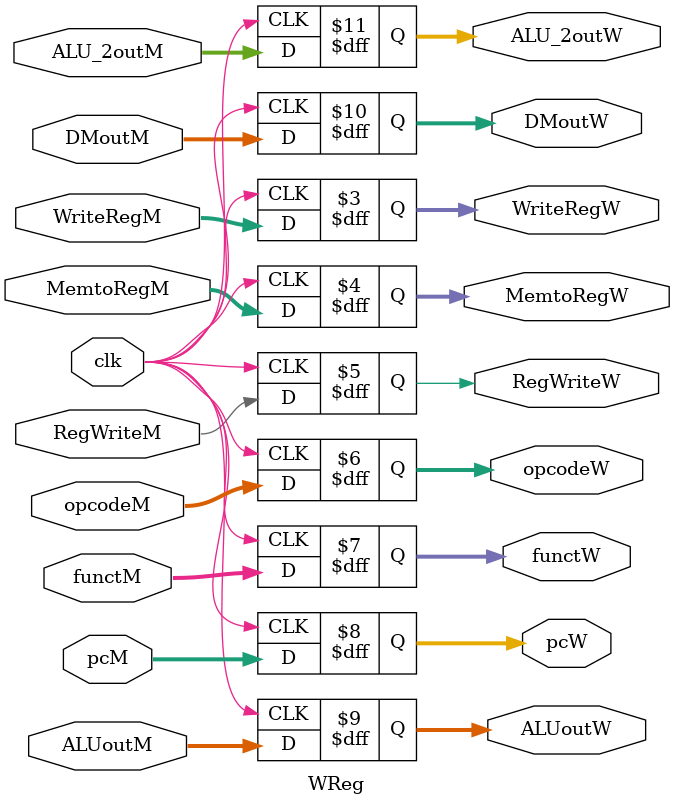
<source format=v>
`timescale 1ns / 1ps
module WReg(clk,WriteRegM,MemtoRegM,RegWriteM,opcodeM,functM,pcM,ALUoutM,DMoutM,ALU_2outM,
					ALUoutW,DMoutW,pcW,MemtoRegW,RegWriteW,opcodeW,functW,WriteRegW,ALU_2outW);
		input clk;
		input [4:0] WriteRegM;
		input [2:0]MemtoRegM;
		input RegWriteM;
		input [5:0] opcodeM,functM;
		input [31:0] pcM,ALUoutM,DMoutM,ALU_2outM;
		
		output reg [4:0] WriteRegW;
		output reg [2:0]MemtoRegW;
		output reg RegWriteW;
		output reg [5:0] opcodeW,functW;
		output reg [31:0] pcW,ALUoutW,DMoutW,ALU_2outW;
		initial begin
			ALUoutW=0;
			DMoutW=0;
			pcW=0;
			MemtoRegW=0;
			RegWriteW=0;
			opcodeW=0;
			functW=0;
			WriteRegW=0;
		end
		always@(posedge clk) begin
			ALUoutW<=ALUoutM;
			DMoutW<=DMoutM;
			pcW<=pcM;
			MemtoRegW<=MemtoRegM;
			RegWriteW<=RegWriteM;
			opcodeW<=opcodeM;
			functW<=functM;
			WriteRegW<=WriteRegM;
			ALU_2outW<=ALU_2outM;
		end

endmodule

</source>
